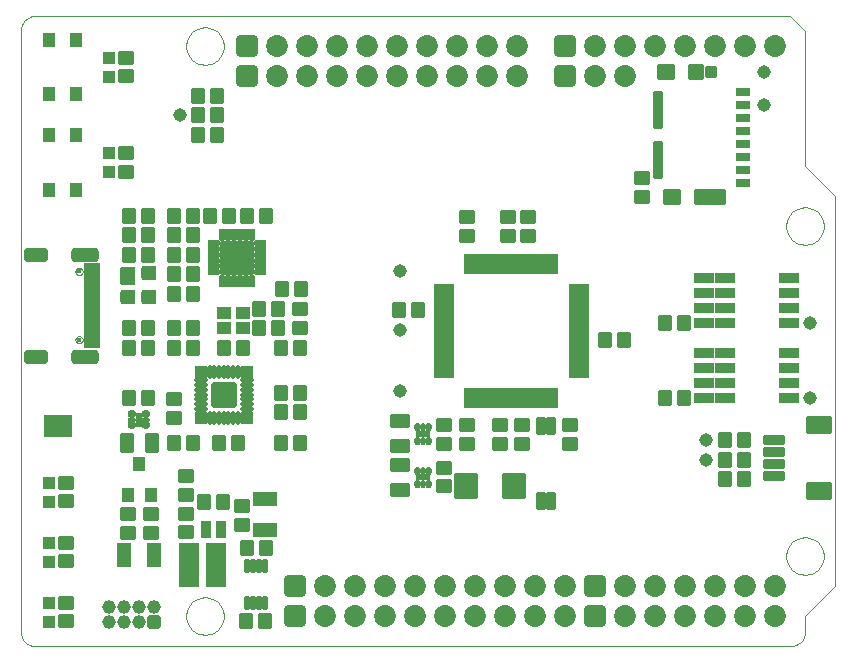
<source format=gbr>
G04 PROTEUS RS274X GERBER FILE*
%FSLAX45Y45*%
%MOMM*%
G01*
%AMPPAD062*
4,1,36,
-0.477000,-0.500000,
-0.477000,0.500000,
-0.474470,0.525970,
-0.467200,0.549980,
-0.455650,0.571580,
-0.440290,0.590290,
-0.421570,0.605650,
-0.399980,0.617200,
-0.375970,0.624470,
-0.350000,0.627000,
0.350000,0.627000,
0.375970,0.624470,
0.399980,0.617200,
0.421570,0.605650,
0.440290,0.590290,
0.455650,0.571580,
0.467200,0.549980,
0.474470,0.525970,
0.477000,0.500000,
0.477000,-0.500000,
0.474470,-0.525970,
0.467200,-0.549980,
0.455650,-0.571580,
0.440290,-0.590290,
0.421570,-0.605650,
0.399980,-0.617200,
0.375970,-0.624470,
0.350000,-0.627000,
-0.350000,-0.627000,
-0.375970,-0.624470,
-0.399980,-0.617200,
-0.421570,-0.605650,
-0.440290,-0.590290,
-0.455650,-0.571580,
-0.467200,-0.549980,
-0.474470,-0.525970,
-0.477000,-0.500000,
0*%
%ADD68PPAD062*%
%AMPPAD063*
4,1,36,
0.527000,0.400000,
0.527000,-0.400000,
0.524470,-0.425970,
0.517200,-0.449980,
0.505650,-0.471580,
0.490290,-0.490290,
0.471570,-0.505650,
0.449980,-0.517200,
0.425970,-0.524470,
0.400000,-0.527000,
-0.400000,-0.527000,
-0.425970,-0.524470,
-0.449980,-0.517200,
-0.471570,-0.505650,
-0.490290,-0.490290,
-0.505650,-0.471580,
-0.517200,-0.449980,
-0.524470,-0.425970,
-0.527000,-0.400000,
-0.527000,0.400000,
-0.524470,0.425970,
-0.517200,0.449980,
-0.505650,0.471580,
-0.490290,0.490290,
-0.471570,0.505650,
-0.449980,0.517200,
-0.425970,0.524470,
-0.400000,0.527000,
0.400000,0.527000,
0.425970,0.524470,
0.449980,0.517200,
0.471570,0.505650,
0.490290,0.490290,
0.505650,0.471580,
0.517200,0.449980,
0.524470,0.425970,
0.527000,0.400000,
0*%
%ADD69PPAD063*%
%AMPPAD064*
4,1,36,
-1.100000,0.952000,
1.100000,0.952000,
1.125970,0.949470,
1.149980,0.942200,
1.171580,0.930650,
1.190290,0.915290,
1.205650,0.896570,
1.217200,0.874980,
1.224470,0.850970,
1.227000,0.825000,
1.227000,-0.825000,
1.224470,-0.850970,
1.217200,-0.874980,
1.205650,-0.896570,
1.190290,-0.915290,
1.171580,-0.930650,
1.149980,-0.942200,
1.125970,-0.949470,
1.100000,-0.952000,
-1.100000,-0.952000,
-1.125970,-0.949470,
-1.149980,-0.942200,
-1.171580,-0.930650,
-1.190290,-0.915290,
-1.205650,-0.896570,
-1.217200,-0.874980,
-1.224470,-0.850970,
-1.227000,-0.825000,
-1.227000,0.825000,
-1.224470,0.850970,
-1.217200,0.874980,
-1.205650,0.896570,
-1.190290,0.915290,
-1.171580,0.930650,
-1.149980,0.942200,
-1.125970,0.949470,
-1.100000,0.952000,
0*%
%ADD74PPAD064*%
%AMPPAD065*
4,1,36,
-0.652000,-0.450000,
-0.652000,0.450000,
-0.649470,0.475970,
-0.642200,0.499980,
-0.630650,0.521580,
-0.615290,0.540290,
-0.596570,0.555650,
-0.574980,0.567200,
-0.550970,0.574470,
-0.525000,0.577000,
0.525000,0.577000,
0.550970,0.574470,
0.574980,0.567200,
0.596570,0.555650,
0.615290,0.540290,
0.630650,0.521580,
0.642200,0.499980,
0.649470,0.475970,
0.652000,0.450000,
0.652000,-0.450000,
0.649470,-0.475970,
0.642200,-0.499980,
0.630650,-0.521580,
0.615290,-0.540290,
0.596570,-0.555650,
0.574980,-0.567200,
0.550970,-0.574470,
0.525000,-0.577000,
-0.525000,-0.577000,
-0.550970,-0.574470,
-0.574980,-0.567200,
-0.596570,-0.555650,
-0.615290,-0.540290,
-0.630650,-0.521580,
-0.642200,-0.499980,
-0.649470,-0.475970,
-0.652000,-0.450000,
0*%
%ADD75PPAD065*%
%AMPPAD066*
4,1,36,
0.450000,-0.652000,
-0.450000,-0.652000,
-0.475970,-0.649470,
-0.499980,-0.642200,
-0.521580,-0.630650,
-0.540290,-0.615290,
-0.555650,-0.596570,
-0.567200,-0.574980,
-0.574470,-0.550970,
-0.577000,-0.525000,
-0.577000,0.525000,
-0.574470,0.550970,
-0.567200,0.574980,
-0.555650,0.596570,
-0.540290,0.615290,
-0.521580,0.630650,
-0.499980,0.642200,
-0.475970,0.649470,
-0.450000,0.652000,
0.450000,0.652000,
0.475970,0.649470,
0.499980,0.642200,
0.521580,0.630650,
0.540290,0.615290,
0.555650,0.596570,
0.567200,0.574980,
0.574470,0.550970,
0.577000,0.525000,
0.577000,-0.525000,
0.574470,-0.550970,
0.567200,-0.574980,
0.555650,-0.596570,
0.540290,-0.615290,
0.521580,-0.630650,
0.499980,-0.642200,
0.475970,-0.649470,
0.450000,-0.652000,
0*%
%ADD76PPAD066*%
%AMPPAD067*
4,1,48,
0.323000,-0.577000,
-0.323000,-0.577000,
-0.349400,-0.575720,
-0.374930,-0.571950,
-0.399490,-0.565800,
-0.445220,-0.546870,
-0.485650,-0.519840,
-0.519840,-0.485640,
-0.546860,-0.445220,
-0.565800,-0.399490,
-0.571950,-0.374930,
-0.575720,-0.349400,
-0.577000,-0.323000,
-0.577000,0.323000,
-0.575720,0.349400,
-0.571950,0.374930,
-0.565800,0.399490,
-0.546860,0.445220,
-0.519840,0.485640,
-0.485650,0.519840,
-0.445220,0.546870,
-0.399490,0.565800,
-0.374930,0.571950,
-0.349400,0.575720,
-0.323000,0.577000,
0.323000,0.577000,
0.349400,0.575720,
0.374930,0.571950,
0.399490,0.565800,
0.445220,0.546870,
0.485650,0.519840,
0.519840,0.485640,
0.546860,0.445220,
0.565800,0.399490,
0.571950,0.374930,
0.575720,0.349400,
0.577000,0.323000,
0.577000,-0.323000,
0.575720,-0.349400,
0.571950,-0.374930,
0.565800,-0.399490,
0.546860,-0.445220,
0.519840,-0.485640,
0.485650,-0.519840,
0.445220,-0.546870,
0.399490,-0.565800,
0.374930,-0.571950,
0.349400,-0.575720,
0.323000,-0.577000,
0*%
%ADD77PPAD067*%
%ADD78C,1.154000*%
%AMPPAD069*
4,1,44,
-0.546000,0.927000,
0.546000,0.927000,
0.585600,0.925080,
0.623900,0.919420,
0.695940,0.897610,
0.760730,0.862960,
0.816870,0.816870,
0.862960,0.760730,
0.897610,0.695940,
0.919420,0.623900,
0.925080,0.585600,
0.927000,0.546000,
0.927000,-0.546000,
0.925080,-0.585600,
0.919420,-0.623900,
0.897610,-0.695940,
0.862960,-0.760730,
0.816870,-0.816870,
0.760730,-0.862960,
0.695940,-0.897610,
0.623900,-0.919420,
0.585600,-0.925080,
0.546000,-0.927000,
-0.546000,-0.927000,
-0.585600,-0.925080,
-0.623900,-0.919420,
-0.695940,-0.897610,
-0.760730,-0.862960,
-0.816870,-0.816870,
-0.862960,-0.760730,
-0.897610,-0.695940,
-0.919420,-0.623900,
-0.925080,-0.585600,
-0.927000,-0.546000,
-0.927000,0.546000,
-0.925080,0.585600,
-0.919420,0.623900,
-0.897610,0.695940,
-0.862960,0.760730,
-0.816870,0.816870,
-0.760730,0.862960,
-0.695940,0.897610,
-0.623900,0.919420,
-0.585600,0.925080,
-0.546000,0.927000,
0*%
%ADD79PPAD069*%
%ADD80C,1.854000*%
%AMPPAD071*
4,1,36,
-1.322000,-0.525000,
-1.322000,0.525000,
-1.319470,0.550970,
-1.312200,0.574980,
-1.300650,0.596580,
-1.285290,0.615290,
-1.266570,0.630650,
-1.244980,0.642200,
-1.220970,0.649470,
-1.195000,0.652000,
1.195000,0.652000,
1.220970,0.649470,
1.244980,0.642200,
1.266570,0.630650,
1.285290,0.615290,
1.300650,0.596580,
1.312200,0.574980,
1.319470,0.550970,
1.322000,0.525000,
1.322000,-0.525000,
1.319470,-0.550970,
1.312200,-0.574980,
1.300650,-0.596580,
1.285290,-0.615290,
1.266570,-0.630650,
1.244980,-0.642200,
1.220970,-0.649470,
1.195000,-0.652000,
-1.195000,-0.652000,
-1.220970,-0.649470,
-1.244980,-0.642200,
-1.266570,-0.630650,
-1.285290,-0.615290,
-1.300650,-0.596580,
-1.312200,-0.574980,
-1.319470,-0.550970,
-1.322000,-0.525000,
0*%
%ADD81PPAD071*%
%AMPPAD072*
4,1,36,
-0.727000,-0.525000,
-0.727000,0.525000,
-0.724470,0.550970,
-0.717200,0.574980,
-0.705650,0.596580,
-0.690290,0.615290,
-0.671570,0.630650,
-0.649980,0.642200,
-0.625970,0.649470,
-0.600000,0.652000,
0.600000,0.652000,
0.625970,0.649470,
0.649980,0.642200,
0.671570,0.630650,
0.690290,0.615290,
0.705650,0.596580,
0.717200,0.574980,
0.724470,0.550970,
0.727000,0.525000,
0.727000,-0.525000,
0.724470,-0.550970,
0.717200,-0.574980,
0.705650,-0.596580,
0.690290,-0.615290,
0.671570,-0.630650,
0.649980,-0.642200,
0.625970,-0.649470,
0.600000,-0.652000,
-0.600000,-0.652000,
-0.625970,-0.649470,
-0.649980,-0.642200,
-0.671570,-0.630650,
-0.690290,-0.615290,
-0.705650,-0.596580,
-0.717200,-0.574980,
-0.724470,-0.550970,
-0.727000,-0.525000,
0*%
%ADD82PPAD072*%
%AMPPAD073*
4,1,36,
-0.667000,-0.525000,
-0.667000,0.525000,
-0.664470,0.550970,
-0.657200,0.574980,
-0.645650,0.596580,
-0.630290,0.615290,
-0.611570,0.630650,
-0.589980,0.642200,
-0.565970,0.649470,
-0.540000,0.652000,
0.540000,0.652000,
0.565970,0.649470,
0.589980,0.642200,
0.611570,0.630650,
0.630290,0.615290,
0.645650,0.596580,
0.657200,0.574980,
0.664470,0.550970,
0.667000,0.525000,
0.667000,-0.525000,
0.664470,-0.550970,
0.657200,-0.574980,
0.645650,-0.596580,
0.630290,-0.615290,
0.611570,-0.630650,
0.589980,-0.642200,
0.565970,-0.649470,
0.540000,-0.652000,
-0.540000,-0.652000,
-0.565970,-0.649470,
-0.589980,-0.642200,
-0.611570,-0.630650,
-0.630290,-0.615290,
-0.645650,-0.596580,
-0.657200,-0.574980,
-0.664470,-0.550970,
-0.667000,-0.525000,
0*%
%ADD83PPAD073*%
%AMPPAD074*
4,1,36,
-0.402000,-1.455000,
-0.402000,1.455000,
-0.399470,1.480970,
-0.392200,1.504980,
-0.380650,1.526580,
-0.365290,1.545290,
-0.346570,1.560650,
-0.324980,1.572200,
-0.300970,1.579470,
-0.275000,1.582000,
0.275000,1.582000,
0.300970,1.579470,
0.324980,1.572200,
0.346570,1.560650,
0.365290,1.545290,
0.380650,1.526580,
0.392200,1.504980,
0.399470,1.480970,
0.402000,1.455000,
0.402000,-1.455000,
0.399470,-1.480970,
0.392200,-1.504980,
0.380650,-1.526580,
0.365290,-1.545290,
0.346570,-1.560650,
0.324980,-1.572200,
0.300970,-1.579470,
0.275000,-1.582000,
-0.275000,-1.582000,
-0.300970,-1.579470,
-0.324980,-1.572200,
-0.346570,-1.560650,
-0.365290,-1.545290,
-0.380650,-1.526580,
-0.392200,-1.504980,
-0.399470,-1.480970,
-0.402000,-1.455000,
0*%
%ADD84PPAD074*%
%AMPPAD075*
4,1,36,
-0.627000,-0.250000,
-0.627000,0.250000,
-0.624470,0.275970,
-0.617200,0.299980,
-0.605650,0.321580,
-0.590290,0.340290,
-0.571570,0.355650,
-0.549980,0.367200,
-0.525970,0.374470,
-0.500000,0.377000,
0.500000,0.377000,
0.525970,0.374470,
0.549980,0.367200,
0.571570,0.355650,
0.590290,0.340290,
0.605650,0.321580,
0.617200,0.299980,
0.624470,0.275970,
0.627000,0.250000,
0.627000,-0.250000,
0.624470,-0.275970,
0.617200,-0.299980,
0.605650,-0.321580,
0.590290,-0.340290,
0.571570,-0.355650,
0.549980,-0.367200,
0.525970,-0.374470,
0.500000,-0.377000,
-0.500000,-0.377000,
-0.525970,-0.374470,
-0.549980,-0.367200,
-0.571570,-0.355650,
-0.590290,-0.340290,
-0.605650,-0.321580,
-0.617200,-0.299980,
-0.624470,-0.275970,
-0.627000,-0.250000,
0*%
%ADD85PPAD075*%
%AMPPAD076*
4,1,36,
-0.517000,-0.360000,
-0.517000,0.360000,
-0.514470,0.385970,
-0.507200,0.409980,
-0.495650,0.431580,
-0.480290,0.450290,
-0.461570,0.465650,
-0.439980,0.477200,
-0.415970,0.484470,
-0.390000,0.487000,
0.390000,0.487000,
0.415970,0.484470,
0.439980,0.477200,
0.461570,0.465650,
0.480290,0.450290,
0.495650,0.431580,
0.507200,0.409980,
0.514470,0.385970,
0.517000,0.360000,
0.517000,-0.360000,
0.514470,-0.385970,
0.507200,-0.409980,
0.495650,-0.431580,
0.480290,-0.450290,
0.461570,-0.465650,
0.439980,-0.477200,
0.415970,-0.484470,
0.390000,-0.487000,
-0.390000,-0.487000,
-0.415970,-0.484470,
-0.439980,-0.477200,
-0.461570,-0.465650,
-0.480290,-0.450290,
-0.495650,-0.431580,
-0.507200,-0.409980,
-0.514470,-0.385970,
-0.517000,-0.360000,
0*%
%ADD86PPAD076*%
%AMPPAD077*
4,1,36,
0.877000,0.150000,
0.877000,-0.150000,
0.874470,-0.175970,
0.867200,-0.199980,
0.855650,-0.221580,
0.840290,-0.240290,
0.821570,-0.255650,
0.799980,-0.267200,
0.775970,-0.274470,
0.750000,-0.277000,
-0.750000,-0.277000,
-0.775970,-0.274470,
-0.799980,-0.267200,
-0.821570,-0.255650,
-0.840290,-0.240290,
-0.855650,-0.221580,
-0.867200,-0.199980,
-0.874470,-0.175970,
-0.877000,-0.150000,
-0.877000,0.150000,
-0.874470,0.175970,
-0.867200,0.199980,
-0.855650,0.221580,
-0.840290,0.240290,
-0.821570,0.255650,
-0.799980,0.267200,
-0.775970,0.274470,
-0.750000,0.277000,
0.750000,0.277000,
0.775970,0.274470,
0.799980,0.267200,
0.821570,0.255650,
0.840290,0.240290,
0.855650,0.221580,
0.867200,0.199980,
0.874470,0.175970,
0.877000,0.150000,
0*%
%ADD87PPAD077*%
%AMPPAD078*
4,1,36,
-0.150000,0.877000,
0.150000,0.877000,
0.175970,0.874470,
0.199980,0.867200,
0.221580,0.855650,
0.240290,0.840290,
0.255650,0.821570,
0.267200,0.799980,
0.274470,0.775970,
0.277000,0.750000,
0.277000,-0.750000,
0.274470,-0.775970,
0.267200,-0.799980,
0.255650,-0.821570,
0.240290,-0.840290,
0.221580,-0.855650,
0.199980,-0.867200,
0.175970,-0.874470,
0.150000,-0.877000,
-0.150000,-0.877000,
-0.175970,-0.874470,
-0.199980,-0.867200,
-0.221580,-0.855650,
-0.240290,-0.840290,
-0.255650,-0.821570,
-0.267200,-0.799980,
-0.274470,-0.775970,
-0.277000,-0.750000,
-0.277000,0.750000,
-0.274470,0.775970,
-0.267200,0.799980,
-0.255650,0.821570,
-0.240290,0.840290,
-0.221580,0.855650,
-0.199980,0.867200,
-0.175970,0.874470,
-0.150000,0.877000,
0*%
%ADD88PPAD078*%
%AMPPAD079*
4,1,36,
0.277000,0.425000,
0.277000,-0.425000,
0.274470,-0.450970,
0.267200,-0.474980,
0.255650,-0.496580,
0.240290,-0.515290,
0.221570,-0.530650,
0.199980,-0.542200,
0.175970,-0.549470,
0.150000,-0.552000,
-0.150000,-0.552000,
-0.175970,-0.549470,
-0.199980,-0.542200,
-0.221570,-0.530650,
-0.240290,-0.515290,
-0.255650,-0.496580,
-0.267200,-0.474980,
-0.274470,-0.450970,
-0.277000,-0.425000,
-0.277000,0.425000,
-0.274470,0.450970,
-0.267200,0.474980,
-0.255650,0.496580,
-0.240290,0.515290,
-0.221570,0.530650,
-0.199980,0.542200,
-0.175970,0.549470,
-0.150000,0.552000,
0.150000,0.552000,
0.175970,0.549470,
0.199980,0.542200,
0.221570,0.530650,
0.240290,0.515290,
0.255650,0.496580,
0.267200,0.474980,
0.274470,0.450970,
0.277000,0.425000,
0*%
%ADD89PPAD079*%
%AMPPAD080*
4,1,36,
0.300000,-0.727000,
-0.300000,-0.727000,
-0.325970,-0.724470,
-0.349980,-0.717200,
-0.371580,-0.705650,
-0.390290,-0.690290,
-0.405650,-0.671570,
-0.417200,-0.649980,
-0.424470,-0.625970,
-0.427000,-0.600000,
-0.427000,0.600000,
-0.424470,0.625970,
-0.417200,0.649980,
-0.405650,0.671570,
-0.390290,0.690290,
-0.371580,0.705650,
-0.349980,0.717200,
-0.325970,0.724470,
-0.300000,0.727000,
0.300000,0.727000,
0.325970,0.724470,
0.349980,0.717200,
0.371580,0.705650,
0.390290,0.690290,
0.405650,0.671570,
0.417200,0.649980,
0.424470,0.625970,
0.427000,0.600000,
0.427000,-0.600000,
0.424470,-0.625970,
0.417200,-0.649980,
0.405650,-0.671570,
0.390290,-0.690290,
0.371580,-0.705650,
0.349980,-0.717200,
0.325970,-0.724470,
0.300000,-0.727000,
0*%
%ADD90PPAD080*%
%ADD91C,1.143000*%
%ADD92C,0.404000*%
%AMPPAD083*
4,1,36,
1.177000,0.195200,
1.177000,-0.195200,
1.168410,-0.283490,
1.143690,-0.365130,
1.104420,-0.438560,
1.052180,-0.502180,
0.988560,-0.554420,
0.915130,-0.593690,
0.833490,-0.618410,
0.745200,-0.627000,
-0.745200,-0.627000,
-0.833490,-0.618410,
-0.915130,-0.593690,
-0.988560,-0.554420,
-1.052180,-0.502180,
-1.104420,-0.438560,
-1.143690,-0.365130,
-1.168410,-0.283490,
-1.177000,-0.195200,
-1.177000,0.195200,
-1.168410,0.283490,
-1.143690,0.365130,
-1.104420,0.438560,
-1.052180,0.502180,
-0.988560,0.554420,
-0.915130,0.593690,
-0.833490,0.618410,
-0.745200,0.627000,
0.745200,0.627000,
0.833490,0.618410,
0.915130,0.593690,
0.988560,0.554420,
1.052180,0.502180,
1.104420,0.438560,
1.143690,0.365130,
1.168410,0.283490,
1.177000,0.195200,
0*%
%ADD93PPAD083*%
%AMPPAD084*
4,1,36,
1.027000,0.195200,
1.027000,-0.195200,
1.018410,-0.283490,
0.993690,-0.365130,
0.954420,-0.438560,
0.902180,-0.502180,
0.838560,-0.554420,
0.765130,-0.593690,
0.683490,-0.618410,
0.595200,-0.627000,
-0.595200,-0.627000,
-0.683490,-0.618410,
-0.765130,-0.593690,
-0.838560,-0.554420,
-0.902180,-0.502180,
-0.954420,-0.438560,
-0.993690,-0.365130,
-1.018410,-0.283490,
-1.027000,-0.195200,
-1.027000,0.195200,
-1.018410,0.283490,
-0.993690,0.365130,
-0.954420,0.438560,
-0.902180,0.502180,
-0.838560,0.554420,
-0.765130,0.593690,
-0.683490,0.618410,
-0.595200,0.627000,
0.595200,0.627000,
0.683490,0.618410,
0.765130,0.593690,
0.838560,0.554420,
0.902180,0.502180,
0.954420,0.438560,
0.993690,0.365130,
1.018410,0.283490,
1.027000,0.195200,
0*%
%ADD94PPAD084*%
%AMPPAD085*
4,1,36,
0.702000,0.300000,
0.702000,-0.300000,
0.699470,-0.325970,
0.692200,-0.349980,
0.680650,-0.371580,
0.665290,-0.390290,
0.646570,-0.405650,
0.624980,-0.417200,
0.600970,-0.424470,
0.575000,-0.427000,
-0.575000,-0.427000,
-0.600970,-0.424470,
-0.624980,-0.417200,
-0.646570,-0.405650,
-0.665290,-0.390290,
-0.680650,-0.371580,
-0.692200,-0.349980,
-0.699470,-0.325970,
-0.702000,-0.300000,
-0.702000,0.300000,
-0.699470,0.325970,
-0.692200,0.349980,
-0.680650,0.371580,
-0.665290,0.390290,
-0.646570,0.405650,
-0.624980,0.417200,
-0.600970,0.424470,
-0.575000,0.427000,
0.575000,0.427000,
0.600970,0.424470,
0.624980,0.417200,
0.646570,0.405650,
0.665290,0.390290,
0.680650,0.371580,
0.692200,0.349980,
0.699470,0.325970,
0.702000,0.300000,
0*%
%ADD95PPAD085*%
%AMPPAD086*
4,1,36,
0.702000,0.150000,
0.702000,-0.150000,
0.699470,-0.175970,
0.692200,-0.199980,
0.680650,-0.221580,
0.665290,-0.240290,
0.646570,-0.255650,
0.624980,-0.267200,
0.600970,-0.274470,
0.575000,-0.277000,
-0.575000,-0.277000,
-0.600970,-0.274470,
-0.624980,-0.267200,
-0.646570,-0.255650,
-0.665290,-0.240290,
-0.680650,-0.221580,
-0.692200,-0.199980,
-0.699470,-0.175970,
-0.702000,-0.150000,
-0.702000,0.150000,
-0.699470,0.175970,
-0.692200,0.199980,
-0.680650,0.221580,
-0.665290,0.240290,
-0.646570,0.255650,
-0.624980,0.267200,
-0.600970,0.274470,
-0.575000,0.277000,
0.575000,0.277000,
0.600970,0.274470,
0.624980,0.267200,
0.646570,0.255650,
0.665290,0.240290,
0.680650,0.221580,
0.692200,0.199980,
0.699470,0.175970,
0.702000,0.150000,
0*%
%ADD96PPAD086*%
%AMPPAD087*
4,1,23,
0.547000,-0.277000,
-0.273090,-0.277000,
-0.297960,-0.275790,
-0.328480,-0.271300,
-0.377850,-0.256340,
-0.425470,-0.230880,
-0.466870,-0.196870,
-0.500880,-0.155470,
-0.526340,-0.107850,
-0.541300,-0.058480,
-0.545790,-0.027960,
-0.547150,0.000000,
-0.545790,0.027960,
-0.541300,0.058480,
-0.526340,0.107850,
-0.500880,0.155470,
-0.466870,0.196870,
-0.425470,0.230880,
-0.377850,0.256340,
-0.328480,0.271300,
-0.297960,0.275790,
-0.273090,0.277000,
0.547000,0.277000,
0.547000,-0.277000,
0*%
%ADD97PPAD087*%
%AMPPAD088*
4,1,23,
0.277000,0.547000,
0.277000,-0.273090,
0.275790,-0.297960,
0.271300,-0.328480,
0.256340,-0.377850,
0.230880,-0.425470,
0.196870,-0.466870,
0.155470,-0.500880,
0.107850,-0.526340,
0.058480,-0.541300,
0.027960,-0.545790,
0.000000,-0.547150,
-0.027960,-0.545790,
-0.058480,-0.541300,
-0.107850,-0.526340,
-0.155470,-0.500880,
-0.196870,-0.466870,
-0.230880,-0.425470,
-0.256340,-0.377850,
-0.271300,-0.328480,
-0.275790,-0.297960,
-0.277000,-0.273090,
-0.277000,0.547000,
0.277000,0.547000,
0*%
%ADD98PPAD088*%
%AMPPAD089*
4,1,23,
-0.547000,0.277000,
0.273090,0.277000,
0.297960,0.275790,
0.328480,0.271300,
0.377850,0.256340,
0.425470,0.230880,
0.466870,0.196870,
0.500880,0.155470,
0.526340,0.107850,
0.541300,0.058480,
0.545790,0.027960,
0.547150,0.000000,
0.545790,-0.027960,
0.541300,-0.058480,
0.526340,-0.107850,
0.500880,-0.155470,
0.466870,-0.196870,
0.425470,-0.230880,
0.377850,-0.256340,
0.328480,-0.271300,
0.297960,-0.275790,
0.273090,-0.277000,
-0.547000,-0.277000,
-0.547000,0.277000,
0*%
%ADD99PPAD089*%
%AMPPAD090*
4,1,23,
-0.277000,-0.547000,
-0.277000,0.273090,
-0.275790,0.297960,
-0.271300,0.328480,
-0.256340,0.377850,
-0.230880,0.425470,
-0.196870,0.466870,
-0.155470,0.500880,
-0.107850,0.526340,
-0.058480,0.541300,
-0.027960,0.545790,
0.000000,0.547150,
0.027960,0.545790,
0.058480,0.541300,
0.107850,0.526340,
0.155470,0.500880,
0.196870,0.466870,
0.230880,0.425470,
0.256340,0.377850,
0.271300,0.328480,
0.275790,0.297960,
0.277000,0.273090,
0.277000,-0.547000,
-0.277000,-0.547000,
0*%
%ADD100PPAD090*%
%AMPPAD091*
4,1,36,
1.300000,-1.427000,
-1.300000,-1.427000,
-1.325970,-1.424470,
-1.349980,-1.417200,
-1.371580,-1.405650,
-1.390290,-1.390290,
-1.405650,-1.371570,
-1.417200,-1.349980,
-1.424470,-1.325970,
-1.427000,-1.300000,
-1.427000,1.300000,
-1.424470,1.325970,
-1.417200,1.349980,
-1.405650,1.371570,
-1.390290,1.390290,
-1.371580,1.405650,
-1.349980,1.417200,
-1.325970,1.424470,
-1.300000,1.427000,
1.300000,1.427000,
1.325970,1.424470,
1.349980,1.417200,
1.371580,1.405650,
1.390290,1.390290,
1.405650,1.371570,
1.417200,1.349980,
1.424470,1.325970,
1.427000,1.300000,
1.427000,-1.300000,
1.424470,-1.325970,
1.417200,-1.349980,
1.405650,-1.371570,
1.390290,-1.390290,
1.371580,-1.405650,
1.349980,-1.417200,
1.325970,-1.424470,
1.300000,-1.427000,
0*%
%ADD101PPAD091*%
%AMPPAD092*
4,1,36,
-0.450000,0.527000,
0.450000,0.527000,
0.475970,0.524470,
0.499980,0.517200,
0.521580,0.505650,
0.540290,0.490290,
0.555650,0.471570,
0.567200,0.449980,
0.574470,0.425970,
0.577000,0.400000,
0.577000,-0.400000,
0.574470,-0.425970,
0.567200,-0.449980,
0.555650,-0.471570,
0.540290,-0.490290,
0.521580,-0.505650,
0.499980,-0.517200,
0.475970,-0.524470,
0.450000,-0.527000,
-0.450000,-0.527000,
-0.475970,-0.524470,
-0.499980,-0.517200,
-0.521580,-0.505650,
-0.540290,-0.490290,
-0.555650,-0.471570,
-0.567200,-0.449980,
-0.574470,-0.425970,
-0.577000,-0.400000,
-0.577000,0.400000,
-0.574470,0.425970,
-0.567200,0.449980,
-0.555650,0.471570,
-0.540290,0.490290,
-0.521580,0.505650,
-0.499980,0.517200,
-0.475970,0.524470,
-0.450000,0.527000,
0*%
%ADD102PPAD092*%
%AMPPAD093*
4,1,36,
-0.508000,0.762000,
0.508000,0.762000,
0.533970,0.759470,
0.557980,0.752200,
0.579580,0.740650,
0.598290,0.725290,
0.613650,0.706570,
0.625200,0.684980,
0.632470,0.660970,
0.635000,0.635000,
0.635000,-0.635000,
0.632470,-0.660970,
0.625200,-0.684980,
0.613650,-0.706570,
0.598290,-0.725290,
0.579580,-0.740650,
0.557980,-0.752200,
0.533970,-0.759470,
0.508000,-0.762000,
-0.508000,-0.762000,
-0.533970,-0.759470,
-0.557980,-0.752200,
-0.579580,-0.740650,
-0.598290,-0.725290,
-0.613650,-0.706570,
-0.625200,-0.684980,
-0.632470,-0.660970,
-0.635000,-0.635000,
-0.635000,0.635000,
-0.632470,0.660970,
-0.625200,0.684980,
-0.613650,0.706570,
-0.598290,0.725290,
-0.579580,0.740650,
-0.557980,0.752200,
-0.533970,0.759470,
-0.508000,0.762000,
0*%
%ADD103PPAD093*%
%AMPPAD094*
4,1,36,
0.635000,0.444500,
0.635000,-0.444500,
0.632470,-0.470470,
0.625200,-0.494480,
0.613650,-0.516080,
0.598290,-0.534790,
0.579570,-0.550150,
0.557980,-0.561700,
0.533970,-0.568970,
0.508000,-0.571500,
-0.508000,-0.571500,
-0.533970,-0.568970,
-0.557980,-0.561700,
-0.579570,-0.550150,
-0.598290,-0.534790,
-0.613650,-0.516080,
-0.625200,-0.494480,
-0.632470,-0.470470,
-0.635000,-0.444500,
-0.635000,0.444500,
-0.632470,0.470470,
-0.625200,0.494480,
-0.613650,0.516080,
-0.598290,0.534790,
-0.579570,0.550150,
-0.557980,0.561700,
-0.533970,0.568970,
-0.508000,0.571500,
0.508000,0.571500,
0.533970,0.568970,
0.557980,0.561700,
0.579570,0.550150,
0.598290,0.534790,
0.613650,0.516080,
0.625200,0.494480,
0.632470,0.470470,
0.635000,0.444500,
0*%
%ADD104PPAD094*%
%AMPPAD095*
4,1,48,
0.552000,0.023800,
0.552000,-0.023800,
0.550970,-0.044920,
0.547960,-0.065350,
0.543040,-0.085000,
0.527890,-0.121580,
0.506270,-0.153910,
0.478920,-0.181270,
0.446580,-0.202890,
0.410000,-0.218040,
0.390350,-0.222960,
0.369920,-0.225970,
0.348800,-0.227000,
-0.348800,-0.227000,
-0.369920,-0.225970,
-0.390350,-0.222960,
-0.410000,-0.218040,
-0.446580,-0.202890,
-0.478920,-0.181270,
-0.506270,-0.153910,
-0.527890,-0.121580,
-0.543040,-0.085000,
-0.547960,-0.065350,
-0.550970,-0.044920,
-0.552000,-0.023800,
-0.552000,0.023800,
-0.550970,0.044920,
-0.547960,0.065350,
-0.543040,0.085000,
-0.527890,0.121580,
-0.506270,0.153910,
-0.478920,0.181270,
-0.446580,0.202890,
-0.410000,0.218040,
-0.390350,0.222960,
-0.369920,0.225970,
-0.348800,0.227000,
0.348800,0.227000,
0.369920,0.225970,
0.390350,0.222960,
0.410000,0.218040,
0.446580,0.202890,
0.478920,0.181270,
0.506270,0.153910,
0.527890,0.121580,
0.543040,0.085000,
0.547960,0.065350,
0.550970,0.044920,
0.552000,0.023800,
0*%
%ADD105PPAD095*%
%AMPPAD096*
4,1,48,
-0.023800,0.552000,
0.023800,0.552000,
0.044920,0.550970,
0.065350,0.547960,
0.085000,0.543040,
0.121580,0.527890,
0.153910,0.506270,
0.181270,0.478920,
0.202890,0.446580,
0.218040,0.410000,
0.222960,0.390350,
0.225970,0.369920,
0.227000,0.348800,
0.227000,-0.348800,
0.225970,-0.369920,
0.222960,-0.390350,
0.218040,-0.410000,
0.202890,-0.446580,
0.181270,-0.478920,
0.153910,-0.506270,
0.121580,-0.527890,
0.085000,-0.543040,
0.065350,-0.547960,
0.044920,-0.550970,
0.023800,-0.552000,
-0.023800,-0.552000,
-0.044920,-0.550970,
-0.065350,-0.547960,
-0.085000,-0.543040,
-0.121580,-0.527890,
-0.153910,-0.506270,
-0.181270,-0.478920,
-0.202890,-0.446580,
-0.218040,-0.410000,
-0.222960,-0.390350,
-0.225970,-0.369920,
-0.227000,-0.348800,
-0.227000,0.348800,
-0.225970,0.369920,
-0.222960,0.390350,
-0.218040,0.410000,
-0.202890,0.446580,
-0.181270,0.478920,
-0.153910,0.506270,
-0.121580,0.527890,
-0.085000,0.543040,
-0.065350,0.547960,
-0.044920,0.550970,
-0.023800,0.552000,
0*%
%ADD106PPAD096*%
%AMPPAD097*
4,1,44,
-0.746000,1.127000,
0.746000,1.127000,
0.785600,1.125080,
0.823900,1.119420,
0.895940,1.097610,
0.960730,1.062960,
1.016870,1.016870,
1.062960,0.960730,
1.097610,0.895940,
1.119420,0.823900,
1.125080,0.785600,
1.127000,0.746000,
1.127000,-0.746000,
1.125080,-0.785600,
1.119420,-0.823900,
1.097610,-0.895940,
1.062960,-0.960730,
1.016870,-1.016870,
0.960730,-1.062960,
0.895940,-1.097610,
0.823900,-1.119420,
0.785600,-1.125080,
0.746000,-1.127000,
-0.746000,-1.127000,
-0.785600,-1.125080,
-0.823900,-1.119420,
-0.895940,-1.097610,
-0.960730,-1.062960,
-1.016870,-1.016870,
-1.062960,-0.960730,
-1.097610,-0.895940,
-1.119420,-0.823900,
-1.125080,-0.785600,
-1.127000,-0.746000,
-1.127000,0.746000,
-1.125080,0.785600,
-1.119420,0.823900,
-1.097610,0.895940,
-1.062960,0.960730,
-1.016870,1.016870,
-0.960730,1.062960,
-0.895940,1.097610,
-0.823900,1.119420,
-0.785600,1.125080,
-0.746000,1.127000,
0*%
%ADD107PPAD097*%
%AMPPAD098*
4,1,36,
-0.390000,0.517000,
0.390000,0.517000,
0.415970,0.514470,
0.439980,0.507200,
0.461580,0.495650,
0.480290,0.480290,
0.495650,0.461570,
0.507200,0.439980,
0.514470,0.415970,
0.517000,0.390000,
0.517000,-0.390000,
0.514470,-0.415970,
0.507200,-0.439980,
0.495650,-0.461570,
0.480290,-0.480290,
0.461580,-0.495650,
0.439980,-0.507200,
0.415970,-0.514470,
0.390000,-0.517000,
-0.390000,-0.517000,
-0.415970,-0.514470,
-0.439980,-0.507200,
-0.461580,-0.495650,
-0.480290,-0.480290,
-0.495650,-0.461570,
-0.507200,-0.439980,
-0.514470,-0.415970,
-0.517000,-0.390000,
-0.517000,0.390000,
-0.514470,0.415970,
-0.507200,0.439980,
-0.495650,0.461570,
-0.480290,0.480290,
-0.461580,0.495650,
-0.439980,0.507200,
-0.415970,0.514470,
-0.390000,0.517000,
0*%
%ADD108PPAD098*%
%AMPPAD099*
4,1,36,
0.863600,0.317500,
0.863600,-0.317500,
0.861070,-0.343470,
0.853800,-0.367480,
0.842250,-0.389080,
0.826890,-0.407790,
0.808170,-0.423150,
0.786580,-0.434700,
0.762570,-0.441970,
0.736600,-0.444500,
-0.736600,-0.444500,
-0.762570,-0.441970,
-0.786580,-0.434700,
-0.808170,-0.423150,
-0.826890,-0.407790,
-0.842250,-0.389080,
-0.853800,-0.367480,
-0.861070,-0.343470,
-0.863600,-0.317500,
-0.863600,0.317500,
-0.861070,0.343470,
-0.853800,0.367480,
-0.842250,0.389080,
-0.826890,0.407790,
-0.808170,0.423150,
-0.786580,0.434700,
-0.762570,0.441970,
-0.736600,0.444500,
0.736600,0.444500,
0.762570,0.441970,
0.786580,0.434700,
0.808170,0.423150,
0.826890,0.407790,
0.842250,0.389080,
0.853800,0.367480,
0.861070,0.343470,
0.863600,0.317500,
0*%
%ADD109PPAD099*%
%AMPPAD100*
4,1,36,
0.355600,-0.622300,
-0.355600,-0.622300,
-0.381570,-0.619770,
-0.405580,-0.612500,
-0.427180,-0.600950,
-0.445890,-0.585590,
-0.461250,-0.566870,
-0.472800,-0.545280,
-0.480070,-0.521270,
-0.482600,-0.495300,
-0.482600,0.495300,
-0.480070,0.521270,
-0.472800,0.545280,
-0.461250,0.566870,
-0.445890,0.585590,
-0.427180,0.600950,
-0.405580,0.612500,
-0.381570,0.619770,
-0.355600,0.622300,
0.355600,0.622300,
0.381570,0.619770,
0.405580,0.612500,
0.427180,0.600950,
0.445890,0.585590,
0.461250,0.566870,
0.472800,0.545280,
0.480070,0.521270,
0.482600,0.495300,
0.482600,-0.495300,
0.480070,-0.521270,
0.472800,-0.545280,
0.461250,-0.566870,
0.445890,-0.585590,
0.427180,-0.600950,
0.405580,-0.612500,
0.381570,-0.619770,
0.355600,-0.622300,
0*%
%ADD110PPAD100*%
%AMPPAD101*
4,1,36,
0.302000,0.090000,
0.302000,-0.090000,
0.299470,-0.115970,
0.292200,-0.139980,
0.280650,-0.161580,
0.265290,-0.180290,
0.246570,-0.195650,
0.224980,-0.207200,
0.200970,-0.214470,
0.175000,-0.217000,
-0.175000,-0.217000,
-0.200970,-0.214470,
-0.224980,-0.207200,
-0.246570,-0.195650,
-0.265290,-0.180290,
-0.280650,-0.161580,
-0.292200,-0.139980,
-0.299470,-0.115970,
-0.302000,-0.090000,
-0.302000,0.090000,
-0.299470,0.115970,
-0.292200,0.139980,
-0.280650,0.161580,
-0.265290,0.180290,
-0.246570,0.195650,
-0.224980,0.207200,
-0.200970,0.214470,
-0.175000,0.217000,
0.175000,0.217000,
0.200970,0.214470,
0.224980,0.207200,
0.246570,0.195650,
0.265290,0.180290,
0.280650,0.161580,
0.292200,0.139980,
0.299470,0.115970,
0.302000,0.090000,
0*%
%ADD111PPAD101*%
%AMPPAD102*
4,1,36,
0.277000,0.470000,
0.277000,-0.470000,
0.274470,-0.495970,
0.267200,-0.519980,
0.255650,-0.541580,
0.240290,-0.560290,
0.221570,-0.575650,
0.199980,-0.587200,
0.175970,-0.594470,
0.150000,-0.597000,
-0.150000,-0.597000,
-0.175970,-0.594470,
-0.199980,-0.587200,
-0.221570,-0.575650,
-0.240290,-0.560290,
-0.255650,-0.541580,
-0.267200,-0.519980,
-0.274470,-0.495970,
-0.277000,-0.470000,
-0.277000,0.470000,
-0.274470,0.495970,
-0.267200,0.519980,
-0.255650,0.541580,
-0.240290,0.560290,
-0.221570,0.575650,
-0.199980,0.587200,
-0.175970,0.594470,
-0.150000,0.597000,
0.150000,0.597000,
0.175970,0.594470,
0.199980,0.587200,
0.221570,0.575650,
0.240290,0.560290,
0.255650,0.541580,
0.267200,0.519980,
0.274470,0.495970,
0.277000,0.470000,
0*%
%ADD112PPAD102*%
%AMPPAD103*
4,1,36,
0.444500,-0.825500,
-0.444500,-0.825500,
-0.470470,-0.822970,
-0.494480,-0.815700,
-0.516080,-0.804150,
-0.534790,-0.788790,
-0.550150,-0.770070,
-0.561700,-0.748480,
-0.568970,-0.724470,
-0.571500,-0.698500,
-0.571500,0.698500,
-0.568970,0.724470,
-0.561700,0.748480,
-0.550150,0.770070,
-0.534790,0.788790,
-0.516080,0.804150,
-0.494480,0.815700,
-0.470470,0.822970,
-0.444500,0.825500,
0.444500,0.825500,
0.470470,0.822970,
0.494480,0.815700,
0.516080,0.804150,
0.534790,0.788790,
0.550150,0.770070,
0.561700,0.748480,
0.568970,0.724470,
0.571500,0.698500,
0.571500,-0.698500,
0.568970,-0.724470,
0.561700,-0.748480,
0.550150,-0.770070,
0.534790,-0.788790,
0.516080,-0.804150,
0.494480,-0.815700,
0.470470,-0.822970,
0.444500,-0.825500,
0*%
%ADD113PPAD103*%
%AMPPAD104*
4,1,36,
0.090000,-0.302000,
-0.090000,-0.302000,
-0.115970,-0.299470,
-0.139980,-0.292200,
-0.161580,-0.280650,
-0.180290,-0.265290,
-0.195650,-0.246570,
-0.207200,-0.224980,
-0.214470,-0.200970,
-0.217000,-0.175000,
-0.217000,0.175000,
-0.214470,0.200970,
-0.207200,0.224980,
-0.195650,0.246570,
-0.180290,0.265290,
-0.161580,0.280650,
-0.139980,0.292200,
-0.115970,0.299470,
-0.090000,0.302000,
0.090000,0.302000,
0.115970,0.299470,
0.139980,0.292200,
0.161580,0.280650,
0.180290,0.265290,
0.195650,0.246570,
0.207200,0.224980,
0.214470,0.200970,
0.217000,0.175000,
0.217000,-0.175000,
0.214470,-0.200970,
0.207200,-0.224980,
0.195650,-0.246570,
0.180290,-0.265290,
0.161580,-0.280650,
0.139980,-0.292200,
0.115970,-0.299470,
0.090000,-0.302000,
0*%
%ADD114PPAD104*%
%AMPPAD105*
4,1,36,
0.470000,-0.277000,
-0.470000,-0.277000,
-0.495970,-0.274470,
-0.519980,-0.267200,
-0.541580,-0.255650,
-0.560290,-0.240290,
-0.575650,-0.221570,
-0.587200,-0.199980,
-0.594470,-0.175970,
-0.597000,-0.150000,
-0.597000,0.150000,
-0.594470,0.175970,
-0.587200,0.199980,
-0.575650,0.221570,
-0.560290,0.240290,
-0.541580,0.255650,
-0.519980,0.267200,
-0.495970,0.274470,
-0.470000,0.277000,
0.470000,0.277000,
0.495970,0.274470,
0.519980,0.267200,
0.541580,0.255650,
0.560290,0.240290,
0.575650,0.221570,
0.587200,0.199980,
0.594470,0.175970,
0.597000,0.150000,
0.597000,-0.150000,
0.594470,-0.175970,
0.587200,-0.199980,
0.575650,-0.221570,
0.560290,-0.240290,
0.541580,-0.255650,
0.519980,-0.267200,
0.495970,-0.274470,
0.470000,-0.277000,
0*%
%ADD115PPAD105*%
%AMPPAD106*
4,1,36,
-0.825500,-0.444500,
-0.825500,0.444500,
-0.822970,0.470470,
-0.815700,0.494480,
-0.804150,0.516080,
-0.788790,0.534790,
-0.770070,0.550150,
-0.748480,0.561700,
-0.724470,0.568970,
-0.698500,0.571500,
0.698500,0.571500,
0.724470,0.568970,
0.748480,0.561700,
0.770070,0.550150,
0.788790,0.534790,
0.804150,0.516080,
0.815700,0.494480,
0.822970,0.470470,
0.825500,0.444500,
0.825500,-0.444500,
0.822970,-0.470470,
0.815700,-0.494480,
0.804150,-0.516080,
0.788790,-0.534790,
0.770070,-0.550150,
0.748480,-0.561700,
0.724470,-0.568970,
0.698500,-0.571500,
-0.698500,-0.571500,
-0.724470,-0.568970,
-0.748480,-0.561700,
-0.770070,-0.550150,
-0.788790,-0.534790,
-0.804150,-0.516080,
-0.815700,-0.494480,
-0.822970,-0.470470,
-0.825500,-0.444500,
0*%
%ADD116PPAD106*%
%AMPPAD107*
4,1,36,
0.900000,-1.077000,
-0.900000,-1.077000,
-0.925970,-1.074470,
-0.949980,-1.067200,
-0.971580,-1.055650,
-0.990290,-1.040290,
-1.005650,-1.021570,
-1.017200,-0.999980,
-1.024470,-0.975970,
-1.027000,-0.950000,
-1.027000,0.950000,
-1.024470,0.975970,
-1.017200,0.999980,
-1.005650,1.021570,
-0.990290,1.040290,
-0.971580,1.055650,
-0.949980,1.067200,
-0.925970,1.074470,
-0.900000,1.077000,
0.900000,1.077000,
0.925970,1.074470,
0.949980,1.067200,
0.971580,1.055650,
0.990290,1.040290,
1.005650,1.021570,
1.017200,0.999980,
1.024470,0.975970,
1.027000,0.950000,
1.027000,-0.950000,
1.024470,-0.975970,
1.017200,-0.999980,
1.005650,-1.021570,
0.990290,-1.040290,
0.971580,-1.055650,
0.949980,-1.067200,
0.925970,-1.074470,
0.900000,-1.077000,
0*%
%ADD117PPAD107*%
%AMPPAD108*
4,1,36,
-0.462000,-0.150000,
-0.462000,0.150000,
-0.459470,0.175970,
-0.452200,0.199980,
-0.440650,0.221580,
-0.425290,0.240290,
-0.406570,0.255650,
-0.384980,0.267200,
-0.360970,0.274470,
-0.335000,0.277000,
0.335000,0.277000,
0.360970,0.274470,
0.384980,0.267200,
0.406570,0.255650,
0.425290,0.240290,
0.440650,0.221580,
0.452200,0.199980,
0.459470,0.175970,
0.462000,0.150000,
0.462000,-0.150000,
0.459470,-0.175970,
0.452200,-0.199980,
0.440650,-0.221580,
0.425290,-0.240290,
0.406570,-0.255650,
0.384980,-0.267200,
0.360970,-0.274470,
0.335000,-0.277000,
-0.335000,-0.277000,
-0.360970,-0.274470,
-0.384980,-0.267200,
-0.406570,-0.255650,
-0.425290,-0.240290,
-0.440650,-0.221580,
-0.452200,-0.199980,
-0.459470,-0.175970,
-0.462000,-0.150000,
0*%
%ADD118PPAD108*%
%AMPPAD109*
4,1,36,
0.750000,-1.877000,
-0.750000,-1.877000,
-0.775970,-1.874470,
-0.799980,-1.867200,
-0.821580,-1.855650,
-0.840290,-1.840290,
-0.855650,-1.821570,
-0.867200,-1.799980,
-0.874470,-1.775970,
-0.877000,-1.750000,
-0.877000,1.750000,
-0.874470,1.775970,
-0.867200,1.799980,
-0.855650,1.821570,
-0.840290,1.840290,
-0.821580,1.855650,
-0.799980,1.867200,
-0.775970,1.874470,
-0.750000,1.877000,
0.750000,1.877000,
0.775970,1.874470,
0.799980,1.867200,
0.821580,1.855650,
0.840290,1.840290,
0.855650,1.821570,
0.867200,1.799980,
0.874470,1.775970,
0.877000,1.750000,
0.877000,-1.750000,
0.874470,-1.775970,
0.867200,-1.799980,
0.855650,-1.821570,
0.840290,-1.840290,
0.821580,-1.855650,
0.799980,-1.867200,
0.775970,-1.874470,
0.750000,-1.877000,
0*%
%ADD119PPAD109*%
%AMPPAD110*
4,1,36,
0.900000,-0.577000,
-0.900000,-0.577000,
-0.925970,-0.574470,
-0.949980,-0.567200,
-0.971580,-0.555650,
-0.990290,-0.540290,
-1.005650,-0.521570,
-1.017200,-0.499980,
-1.024470,-0.475970,
-1.027000,-0.450000,
-1.027000,0.450000,
-1.024470,0.475970,
-1.017200,0.499980,
-1.005650,0.521570,
-0.990290,0.540290,
-0.971580,0.555650,
-0.949980,0.567200,
-0.925970,0.574470,
-0.900000,0.577000,
0.900000,0.577000,
0.925970,0.574470,
0.949980,0.567200,
0.971580,0.555650,
0.990290,0.540290,
1.005650,0.521570,
1.017200,0.499980,
1.024470,0.475970,
1.027000,0.450000,
1.027000,-0.450000,
1.024470,-0.475970,
1.017200,-0.499980,
1.005650,-0.521570,
0.990290,-0.540290,
0.971580,-0.555650,
0.949980,-0.567200,
0.925970,-0.574470,
0.900000,-0.577000,
0*%
%ADD120PPAD110*%
%AMPPAD111*
4,1,36,
0.577000,0.900000,
0.577000,-0.900000,
0.574470,-0.925970,
0.567200,-0.949980,
0.555650,-0.971580,
0.540290,-0.990290,
0.521570,-1.005650,
0.499980,-1.017200,
0.475970,-1.024470,
0.450000,-1.027000,
-0.450000,-1.027000,
-0.475970,-1.024470,
-0.499980,-1.017200,
-0.521570,-1.005650,
-0.540290,-0.990290,
-0.555650,-0.971580,
-0.567200,-0.949980,
-0.574470,-0.925970,
-0.577000,-0.900000,
-0.577000,0.900000,
-0.574470,0.925970,
-0.567200,0.949980,
-0.555650,0.971580,
-0.540290,0.990290,
-0.521570,1.005650,
-0.499980,1.017200,
-0.475970,1.024470,
-0.450000,1.027000,
0.450000,1.027000,
0.475970,1.024470,
0.499980,1.017200,
0.521570,1.005650,
0.540290,0.990290,
0.555650,0.971580,
0.567200,0.949980,
0.574470,0.925970,
0.577000,0.900000,
0*%
%ADD121PPAD111*%
%AMPPAD112*
4,1,36,
-1.127000,-0.600000,
-1.127000,0.600000,
-1.124470,0.625970,
-1.117200,0.649980,
-1.105650,0.671580,
-1.090290,0.690290,
-1.071570,0.705650,
-1.049980,0.717200,
-1.025970,0.724470,
-1.000000,0.727000,
1.000000,0.727000,
1.025970,0.724470,
1.049980,0.717200,
1.071570,0.705650,
1.090290,0.690290,
1.105650,0.671580,
1.117200,0.649980,
1.124470,0.625970,
1.127000,0.600000,
1.127000,-0.600000,
1.124470,-0.625970,
1.117200,-0.649980,
1.105650,-0.671580,
1.090290,-0.690290,
1.071570,-0.705650,
1.049980,-0.717200,
1.025970,-0.724470,
1.000000,-0.727000,
-1.000000,-0.727000,
-1.025970,-0.724470,
-1.049980,-0.717200,
-1.071570,-0.705650,
-1.090290,-0.690290,
-1.105650,-0.671580,
-1.117200,-0.649980,
-1.124470,-0.625970,
-1.127000,-0.600000,
0*%
%ADD122PPAD112*%
%AMPPAD113*
4,1,36,
-0.902000,-0.300000,
-0.902000,0.300000,
-0.899470,0.325970,
-0.892200,0.349980,
-0.880650,0.371580,
-0.865290,0.390290,
-0.846570,0.405650,
-0.824980,0.417200,
-0.800970,0.424470,
-0.775000,0.427000,
0.775000,0.427000,
0.800970,0.424470,
0.824980,0.417200,
0.846570,0.405650,
0.865290,0.390290,
0.880650,0.371580,
0.892200,0.349980,
0.899470,0.325970,
0.902000,0.300000,
0.902000,-0.300000,
0.899470,-0.325970,
0.892200,-0.349980,
0.880650,-0.371580,
0.865290,-0.390290,
0.846570,-0.405650,
0.824980,-0.417200,
0.800970,-0.424470,
0.775000,-0.427000,
-0.775000,-0.427000,
-0.800970,-0.424470,
-0.824980,-0.417200,
-0.846570,-0.405650,
-0.865290,-0.390290,
-0.880650,-0.371580,
-0.892200,-0.349980,
-0.899470,-0.325970,
-0.902000,-0.300000,
0*%
%ADD123PPAD113*%
%ADD65C,0.025400*%
D68*
X+466300Y+3864350D03*
X+466300Y+4324350D03*
X+241300Y+4324350D03*
X+241300Y+3864350D03*
X+466300Y+4670800D03*
X+466300Y+5130800D03*
X+241300Y+5130800D03*
X+241300Y+4670800D03*
D69*
X+241300Y+368200D03*
X+241300Y+203200D03*
D74*
X+318250Y+1866700D03*
D75*
X+387350Y+716200D03*
X+387350Y+876200D03*
X+387350Y+368200D03*
X+387350Y+208200D03*
D69*
X+241300Y+876200D03*
X+241300Y+711200D03*
D76*
X+1080400Y+2692200D03*
X+920400Y+2692200D03*
D75*
X+387350Y+1224200D03*
X+387350Y+1384200D03*
D77*
X+1130300Y+203200D03*
D78*
X+1130300Y+330200D03*
X+1003300Y+203200D03*
X+1003300Y+330200D03*
X+876300Y+203200D03*
X+876300Y+330200D03*
X+749300Y+203200D03*
X+749300Y+330200D03*
D79*
X+4864100Y+508000D03*
D80*
X+5118100Y+508000D03*
X+5372100Y+508000D03*
X+5626100Y+508000D03*
X+5880100Y+508000D03*
X+6134100Y+508000D03*
X+6388100Y+508000D03*
D79*
X+4864100Y+254000D03*
D80*
X+5118100Y+254000D03*
X+5372100Y+254000D03*
X+5626100Y+254000D03*
X+5880100Y+254000D03*
X+6134100Y+254000D03*
X+6388100Y+254000D03*
D79*
X+2324100Y+508000D03*
D80*
X+2578100Y+508000D03*
X+2832100Y+508000D03*
X+3086100Y+508000D03*
X+3340100Y+508000D03*
X+3594100Y+508000D03*
X+3848100Y+508000D03*
X+4102100Y+508000D03*
X+4356100Y+508000D03*
X+4610100Y+508000D03*
D79*
X+2324100Y+254000D03*
D80*
X+2578100Y+254000D03*
X+2832100Y+254000D03*
X+3086100Y+254000D03*
X+3340100Y+254000D03*
X+3594100Y+254000D03*
X+3848100Y+254000D03*
X+4102100Y+254000D03*
X+4356100Y+254000D03*
X+4610100Y+254000D03*
D79*
X+1917700Y+5080000D03*
D80*
X+2171700Y+5080000D03*
X+2425700Y+5080000D03*
X+2679700Y+5080000D03*
X+2933700Y+5080000D03*
X+3187700Y+5080000D03*
X+3441700Y+5080000D03*
X+3695700Y+5080000D03*
X+3949700Y+5080000D03*
X+4203700Y+5080000D03*
D79*
X+1917700Y+4826000D03*
D80*
X+2171700Y+4826000D03*
X+2425700Y+4826000D03*
X+2679700Y+4826000D03*
X+2933700Y+4826000D03*
X+3187700Y+4826000D03*
X+3441700Y+4826000D03*
X+3695700Y+4826000D03*
X+3949700Y+4826000D03*
X+4203700Y+4826000D03*
D79*
X+4610100Y+5080000D03*
D80*
X+4864100Y+5080000D03*
X+5118100Y+5080000D03*
X+5372100Y+5080000D03*
X+5626100Y+5080000D03*
X+5880100Y+5080000D03*
X+6134100Y+5080000D03*
X+6388100Y+5080000D03*
D69*
X+241300Y+1384200D03*
X+241300Y+1219200D03*
D81*
X+5836500Y+3800600D03*
D82*
X+5461000Y+4864100D03*
D83*
X+5722000Y+4864100D03*
D84*
X+5393500Y+4117100D03*
X+5393500Y+4536100D03*
D82*
X+5518000Y+3800600D03*
D85*
X+6117000Y+4688100D03*
X+6117000Y+4578100D03*
X+6117000Y+4468100D03*
X+6117000Y+4358100D03*
X+6117000Y+4248100D03*
X+6117000Y+4138100D03*
X+6117000Y+4028100D03*
X+6117000Y+3918100D03*
D86*
X+5849000Y+4864100D03*
D87*
X+3584400Y+3042400D03*
X+3584400Y+2992400D03*
X+3584400Y+2942400D03*
X+3584400Y+2892400D03*
X+3584400Y+2842400D03*
X+3584400Y+2792400D03*
X+3584400Y+2742400D03*
X+3584400Y+2692400D03*
X+3584400Y+2642400D03*
X+3584400Y+2592400D03*
X+3584400Y+2542400D03*
X+3584400Y+2492400D03*
X+3584400Y+2442400D03*
X+3584400Y+2392400D03*
X+3584400Y+2342400D03*
X+3584400Y+2292400D03*
D88*
X+3779400Y+2097400D03*
X+3829400Y+2097400D03*
X+3879400Y+2097400D03*
X+3929400Y+2097400D03*
X+3979400Y+2097400D03*
X+4029400Y+2097400D03*
X+4079400Y+2097400D03*
X+4129400Y+2097400D03*
X+4179400Y+2097400D03*
X+4229400Y+2097400D03*
X+4279400Y+2097400D03*
X+4329400Y+2097400D03*
X+4379400Y+2097400D03*
X+4429400Y+2097400D03*
X+4479400Y+2097400D03*
X+4529400Y+2097400D03*
D87*
X+4724400Y+2292400D03*
X+4724400Y+2342400D03*
X+4724400Y+2392400D03*
X+4724400Y+2442400D03*
X+4724400Y+2492400D03*
X+4724400Y+2542400D03*
X+4724400Y+2592400D03*
X+4724400Y+2642400D03*
X+4724400Y+2692400D03*
X+4724400Y+2742400D03*
X+4724400Y+2792400D03*
X+4724400Y+2842400D03*
X+4724400Y+2892400D03*
X+4724400Y+2942400D03*
X+4724400Y+2992400D03*
X+4724400Y+3042400D03*
D88*
X+4529400Y+3237400D03*
X+4479400Y+3237400D03*
X+4429400Y+3237400D03*
X+4379400Y+3237400D03*
X+4329400Y+3237400D03*
X+4279400Y+3237400D03*
X+4229400Y+3237400D03*
X+4179400Y+3237400D03*
X+4129400Y+3237400D03*
X+4079400Y+3237400D03*
X+4029400Y+3237400D03*
X+3979400Y+3237400D03*
X+3929400Y+3237400D03*
X+3879400Y+3237400D03*
X+3829400Y+3237400D03*
X+3779400Y+3237400D03*
D89*
X+2065725Y+676600D03*
X+2015725Y+676600D03*
X+1965725Y+676600D03*
X+1915725Y+676600D03*
X+1915725Y+360600D03*
X+1965725Y+360600D03*
X+2015725Y+360600D03*
X+2065725Y+360600D03*
D79*
X+4610100Y+4826000D03*
D80*
X+4864100Y+4826000D03*
X+5118100Y+4826000D03*
D75*
X+4294500Y+3472350D03*
X+4294500Y+3632350D03*
X+4129400Y+3472350D03*
X+4129400Y+3632350D03*
X+3779400Y+3472350D03*
X+3779400Y+3632350D03*
D76*
X+3362150Y+2842400D03*
X+3202150Y+2842400D03*
D75*
X+3779400Y+1875150D03*
X+3779400Y+1715150D03*
X+4060350Y+1875150D03*
X+4060350Y+1715150D03*
D76*
X+4946650Y+2592400D03*
X+5106650Y+2592400D03*
X+1767450Y+3644700D03*
X+1607450Y+3644700D03*
D90*
X+4403250Y+1862450D03*
X+4403250Y+1232450D03*
X+4493250Y+1232450D03*
X+4493250Y+1862450D03*
D75*
X+4244500Y+1715150D03*
X+4244500Y+1875150D03*
X+4653440Y+1715150D03*
X+4653440Y+1875150D03*
D76*
X+1456300Y+2984300D03*
X+1296300Y+2984300D03*
X+1080400Y+2527100D03*
X+920400Y+2527100D03*
X+2020200Y+2857300D03*
X+2180200Y+2857300D03*
D75*
X+5264150Y+3962400D03*
X+5264150Y+3802400D03*
D91*
X+6294800Y+4863850D03*
X+6294800Y+4578100D03*
D76*
X+2071350Y+208200D03*
X+1911350Y+208200D03*
X+2074525Y+827325D03*
X+1914525Y+827325D03*
D92*
X+495750Y+2593500D03*
X+495750Y+3171500D03*
D93*
X+545750Y+2450500D03*
X+545750Y+3314500D03*
D94*
X+127750Y+2450500D03*
X+127750Y+3314500D03*
D95*
X+603250Y+3202500D03*
X+603250Y+3122500D03*
D96*
X+603250Y+3007500D03*
X+603250Y+2907500D03*
X+603250Y+2857500D03*
X+603250Y+2757500D03*
D95*
X+603250Y+2562500D03*
X+603250Y+2642500D03*
D96*
X+603250Y+2707500D03*
X+603250Y+2807500D03*
X+603250Y+2957500D03*
X+603250Y+3057500D03*
D97*
X+2027950Y+3164500D03*
X+2027950Y+3214500D03*
X+2027950Y+3264500D03*
X+2027950Y+3314500D03*
X+2027950Y+3364500D03*
X+2027950Y+3414500D03*
D98*
X+1957950Y+3484500D03*
X+1907950Y+3484500D03*
X+1857950Y+3484500D03*
X+1807950Y+3484500D03*
X+1757950Y+3484500D03*
X+1707950Y+3484500D03*
D99*
X+1637950Y+3414500D03*
X+1637950Y+3364500D03*
X+1637950Y+3314500D03*
X+1637950Y+3264500D03*
X+1637950Y+3214500D03*
X+1637950Y+3164500D03*
D100*
X+1707950Y+3094500D03*
X+1757950Y+3094500D03*
X+1807950Y+3094500D03*
X+1857950Y+3094500D03*
X+1907950Y+3094500D03*
X+1957950Y+3094500D03*
D101*
X+1832950Y+3289500D03*
D102*
X+1721750Y+2692200D03*
X+1881750Y+2692200D03*
X+1881750Y+2822200D03*
X+1721750Y+2822200D03*
D76*
X+920400Y+3314500D03*
X+1080400Y+3314500D03*
X+1080400Y+3644700D03*
X+920400Y+3644700D03*
X+920400Y+3479600D03*
X+1080400Y+3479600D03*
D103*
X+908970Y+3135430D03*
D104*
X+908970Y+2955090D03*
X+1091850Y+2955090D03*
X+1091850Y+3155750D03*
D76*
X+1296300Y+3314500D03*
X+1456300Y+3314500D03*
X+1296300Y+3644700D03*
X+1456300Y+3644700D03*
X+1456300Y+3149400D03*
X+1296300Y+3149400D03*
X+1296300Y+3479600D03*
X+1456300Y+3479600D03*
X+1456300Y+2692200D03*
X+1296300Y+2692200D03*
X+2020200Y+2692200D03*
X+2180200Y+2692200D03*
D75*
X+2364350Y+2857300D03*
X+2364350Y+2697300D03*
D76*
X+2211950Y+3022400D03*
X+2371950Y+3022400D03*
X+1919850Y+3644700D03*
X+2079850Y+3644700D03*
D69*
X+749300Y+4176900D03*
X+749300Y+4011900D03*
D75*
X+895350Y+4016900D03*
X+895350Y+4176900D03*
D69*
X+749300Y+4983350D03*
X+749300Y+4818350D03*
D75*
X+895350Y+4823350D03*
X+895350Y+4983350D03*
D105*
X+1525500Y+2248900D03*
X+1525500Y+2208900D03*
X+1525500Y+2168900D03*
X+1525500Y+2128900D03*
X+1525500Y+2088900D03*
X+1525500Y+2048900D03*
X+1525500Y+2008900D03*
D106*
X+1600500Y+1933900D03*
X+1640500Y+1933900D03*
X+1680500Y+1933900D03*
X+1720500Y+1933900D03*
X+1760500Y+1933900D03*
X+1800500Y+1933900D03*
X+1840500Y+1933900D03*
D105*
X+1915500Y+2008900D03*
X+1915500Y+2048900D03*
X+1915500Y+2088900D03*
X+1915500Y+2128900D03*
X+1915500Y+2168900D03*
X+1915500Y+2208900D03*
X+1915500Y+2248900D03*
D106*
X+1840500Y+2323900D03*
X+1800500Y+2323900D03*
X+1760500Y+2323900D03*
X+1720500Y+2323900D03*
X+1680500Y+2323900D03*
X+1640500Y+2323900D03*
X+1600500Y+2323900D03*
D107*
X+1720500Y+2128900D03*
D108*
X+1525500Y+2323900D03*
X+1525500Y+1933900D03*
X+1915500Y+1933900D03*
X+1915500Y+2323900D03*
D76*
X+1720500Y+2527100D03*
X+1880500Y+2527100D03*
X+2204350Y+2525850D03*
X+2364350Y+2525850D03*
D109*
X+6502400Y+2738400D03*
X+6502400Y+2865400D03*
X+6502400Y+2992400D03*
X+6502400Y+3119400D03*
X+5784850Y+3119400D03*
X+5962400Y+3119400D03*
X+5784850Y+2992400D03*
X+5962400Y+2992400D03*
X+5962400Y+2865400D03*
X+5784850Y+2865400D03*
X+5962400Y+2738400D03*
X+5784850Y+2738400D03*
X+6502400Y+2103400D03*
X+6502400Y+2230400D03*
X+6502400Y+2357400D03*
X+6502400Y+2484400D03*
X+5784850Y+2484400D03*
X+5962400Y+2484400D03*
X+5784850Y+2357400D03*
X+5962400Y+2357400D03*
X+5962400Y+2230400D03*
X+5784850Y+2230400D03*
X+5962400Y+2103400D03*
X+5784850Y+2103400D03*
D76*
X+1456300Y+2527100D03*
X+1296300Y+2527100D03*
X+2204350Y+2144850D03*
X+2364350Y+2144850D03*
X+2204350Y+1979750D03*
X+2364350Y+1979750D03*
X+1456300Y+1719717D03*
X+1296300Y+1719717D03*
X+2364350Y+1719400D03*
X+2204350Y+1719400D03*
X+1680500Y+1719717D03*
X+1840500Y+1719717D03*
D110*
X+910220Y+1280297D03*
X+1100720Y+1280297D03*
X+1004200Y+1541917D03*
D75*
X+1296300Y+2089267D03*
X+1296300Y+1929267D03*
X+910220Y+1121547D03*
X+910220Y+961547D03*
X+1100720Y+961547D03*
X+1100720Y+1121547D03*
D91*
X+6680200Y+2738400D03*
X+6680200Y+2103400D03*
D76*
X+5613400Y+2103400D03*
X+5453400Y+2103400D03*
X+5613400Y+2738400D03*
X+5453400Y+2738400D03*
D111*
X+946700Y+1969267D03*
X+946700Y+1956567D03*
X+946700Y+1916567D03*
X+946700Y+1876567D03*
X+946700Y+1863867D03*
X+1061700Y+1876567D03*
X+1061700Y+1863867D03*
X+1061700Y+1916567D03*
X+1061700Y+1969267D03*
X+1061700Y+1956567D03*
D112*
X+1004200Y+1916567D03*
D76*
X+920400Y+2100717D03*
X+1080400Y+2100717D03*
D113*
X+1112150Y+1719717D03*
X+898790Y+1719717D03*
D114*
X+3459000Y+1855200D03*
X+3446300Y+1855200D03*
X+3406300Y+1855200D03*
X+3366300Y+1855200D03*
X+3353600Y+1855200D03*
X+3366300Y+1740200D03*
X+3353600Y+1740200D03*
X+3406300Y+1740200D03*
X+3459000Y+1740200D03*
X+3446300Y+1740200D03*
D115*
X+3406300Y+1797700D03*
D114*
X+3459000Y+1486550D03*
X+3446300Y+1486550D03*
X+3406300Y+1486550D03*
X+3366300Y+1486550D03*
X+3353600Y+1486550D03*
X+3366300Y+1371550D03*
X+3353600Y+1371550D03*
X+3406300Y+1371550D03*
X+3459000Y+1371550D03*
X+3446300Y+1371550D03*
D115*
X+3406300Y+1429050D03*
D76*
X+1663700Y+4660900D03*
X+1503700Y+4660900D03*
X+1663700Y+4495800D03*
X+1503700Y+4495800D03*
D91*
X+1346200Y+4495800D03*
D76*
X+1503700Y+4330700D03*
X+1663700Y+4330700D03*
D75*
X+3588900Y+1875150D03*
X+3588900Y+1715150D03*
D116*
X+3209450Y+1692290D03*
X+3209450Y+1905650D03*
X+3209450Y+1320180D03*
X+3209450Y+1533540D03*
D75*
X+3588900Y+1511950D03*
X+3588900Y+1351950D03*
D117*
X+4179925Y+1354175D03*
X+3769925Y+1354175D03*
D118*
X+1698150Y+937850D03*
X+1698150Y+987850D03*
X+1698150Y+1037850D03*
X+1571150Y+1037850D03*
X+1571150Y+987850D03*
X+1571150Y+937850D03*
D119*
X+1653700Y+689400D03*
X+1423700Y+689400D03*
D120*
X+2072800Y+984550D03*
X+2072800Y+1241850D03*
D121*
X+1131200Y+773567D03*
X+873900Y+773567D03*
D75*
X+1874150Y+1027567D03*
X+1874150Y+1187567D03*
D76*
X+1717200Y+1216450D03*
X+1557200Y+1216450D03*
D75*
X+1399170Y+1280297D03*
X+1399170Y+1440297D03*
X+1399700Y+1122450D03*
X+1399700Y+962450D03*
D91*
X+3209450Y+2159650D03*
X+3209450Y+2680350D03*
X+3209450Y+3175650D03*
D76*
X+5964900Y+1743250D03*
X+6124900Y+1743250D03*
X+5964900Y+1579750D03*
X+6124900Y+1579750D03*
D122*
X+6756400Y+1873250D03*
X+6756400Y+1313250D03*
D123*
X+6378900Y+1443250D03*
X+6378900Y+1543250D03*
X+6378900Y+1643250D03*
X+6378900Y+1743250D03*
D76*
X+6124900Y+1414650D03*
X+5964900Y+1414650D03*
D91*
X+5799800Y+1579750D03*
X+5799800Y+1743250D03*
D65*
X+6800850Y+762000D02*
X+6800320Y+774958D01*
X+6796016Y+800876D01*
X+6787025Y+826794D01*
X+6772380Y+852712D01*
X+6749976Y+878466D01*
X+6724058Y+897958D01*
X+6698140Y+910530D01*
X+6672222Y+917866D01*
X+6646304Y+920694D01*
X+6642100Y+920750D01*
X+6483350Y+762000D02*
X+6483880Y+774958D01*
X+6488184Y+800876D01*
X+6497175Y+826794D01*
X+6511820Y+852712D01*
X+6534224Y+878466D01*
X+6560142Y+897958D01*
X+6586060Y+910530D01*
X+6611978Y+917866D01*
X+6637896Y+920694D01*
X+6642100Y+920750D01*
X+6483350Y+762000D02*
X+6483880Y+749042D01*
X+6488184Y+723124D01*
X+6497175Y+697206D01*
X+6511820Y+671288D01*
X+6534224Y+645534D01*
X+6560142Y+626042D01*
X+6586060Y+613470D01*
X+6611978Y+606134D01*
X+6637896Y+603306D01*
X+6642100Y+603250D01*
X+6800850Y+762000D02*
X+6800320Y+749042D01*
X+6796016Y+723124D01*
X+6787025Y+697206D01*
X+6772380Y+671288D01*
X+6749976Y+645534D01*
X+6724058Y+626042D01*
X+6698140Y+613470D01*
X+6672222Y+606134D01*
X+6646304Y+603306D01*
X+6642100Y+603250D01*
X+6800850Y+3556000D02*
X+6800320Y+3568958D01*
X+6796016Y+3594876D01*
X+6787025Y+3620794D01*
X+6772380Y+3646712D01*
X+6749976Y+3672466D01*
X+6724058Y+3691958D01*
X+6698140Y+3704530D01*
X+6672222Y+3711866D01*
X+6646304Y+3714694D01*
X+6642100Y+3714750D01*
X+6483350Y+3556000D02*
X+6483880Y+3568958D01*
X+6488184Y+3594876D01*
X+6497175Y+3620794D01*
X+6511820Y+3646712D01*
X+6534224Y+3672466D01*
X+6560142Y+3691958D01*
X+6586060Y+3704530D01*
X+6611978Y+3711866D01*
X+6637896Y+3714694D01*
X+6642100Y+3714750D01*
X+6483350Y+3556000D02*
X+6483880Y+3543042D01*
X+6488184Y+3517124D01*
X+6497175Y+3491206D01*
X+6511820Y+3465288D01*
X+6534224Y+3439534D01*
X+6560142Y+3420042D01*
X+6586060Y+3407470D01*
X+6611978Y+3400134D01*
X+6637896Y+3397306D01*
X+6642100Y+3397250D01*
X+6800850Y+3556000D02*
X+6800320Y+3543042D01*
X+6796016Y+3517124D01*
X+6787025Y+3491206D01*
X+6772380Y+3465288D01*
X+6749976Y+3439534D01*
X+6724058Y+3420042D01*
X+6698140Y+3407470D01*
X+6672222Y+3400134D01*
X+6646304Y+3397306D01*
X+6642100Y+3397250D01*
X+1720850Y+5080000D02*
X+1720320Y+5092958D01*
X+1716016Y+5118876D01*
X+1707025Y+5144794D01*
X+1692380Y+5170712D01*
X+1669976Y+5196466D01*
X+1644058Y+5215958D01*
X+1618140Y+5228530D01*
X+1592222Y+5235866D01*
X+1566304Y+5238694D01*
X+1562100Y+5238750D01*
X+1403350Y+5080000D02*
X+1403880Y+5092958D01*
X+1408184Y+5118876D01*
X+1417175Y+5144794D01*
X+1431820Y+5170712D01*
X+1454224Y+5196466D01*
X+1480142Y+5215958D01*
X+1506060Y+5228530D01*
X+1531978Y+5235866D01*
X+1557896Y+5238694D01*
X+1562100Y+5238750D01*
X+1403350Y+5080000D02*
X+1403880Y+5067042D01*
X+1408184Y+5041124D01*
X+1417175Y+5015206D01*
X+1431820Y+4989288D01*
X+1454224Y+4963534D01*
X+1480142Y+4944042D01*
X+1506060Y+4931470D01*
X+1531978Y+4924134D01*
X+1557896Y+4921306D01*
X+1562100Y+4921250D01*
X+1720850Y+5080000D02*
X+1720320Y+5067042D01*
X+1716016Y+5041124D01*
X+1707025Y+5015206D01*
X+1692380Y+4989288D01*
X+1669976Y+4963534D01*
X+1644058Y+4944042D01*
X+1618140Y+4931470D01*
X+1592222Y+4924134D01*
X+1566304Y+4921306D01*
X+1562100Y+4921250D01*
X+1720850Y+254000D02*
X+1720320Y+266958D01*
X+1716016Y+292876D01*
X+1707025Y+318794D01*
X+1692380Y+344712D01*
X+1669976Y+370466D01*
X+1644058Y+389958D01*
X+1618140Y+402530D01*
X+1592222Y+409866D01*
X+1566304Y+412694D01*
X+1562100Y+412750D01*
X+1403350Y+254000D02*
X+1403880Y+266958D01*
X+1408184Y+292876D01*
X+1417175Y+318794D01*
X+1431820Y+344712D01*
X+1454224Y+370466D01*
X+1480142Y+389958D01*
X+1506060Y+402530D01*
X+1531978Y+409866D01*
X+1557896Y+412694D01*
X+1562100Y+412750D01*
X+1403350Y+254000D02*
X+1403880Y+241042D01*
X+1408184Y+215124D01*
X+1417175Y+189206D01*
X+1431820Y+163288D01*
X+1454224Y+137534D01*
X+1480142Y+118042D01*
X+1506060Y+105470D01*
X+1531978Y+98134D01*
X+1557896Y+95306D01*
X+1562100Y+95250D01*
X+1720850Y+254000D02*
X+1720320Y+241042D01*
X+1716016Y+215124D01*
X+1707025Y+189206D01*
X+1692380Y+163288D01*
X+1669976Y+137534D01*
X+1644058Y+118042D01*
X+1618140Y+105470D01*
X+1592222Y+98134D01*
X+1566304Y+95306D01*
X+1562100Y+95250D01*
X+127000Y+0D02*
X+101032Y+2527D01*
X+77018Y+9798D01*
X+55423Y+21347D01*
X+36711Y+36711D01*
X+21348Y+55423D01*
X+9798Y+77018D01*
X+2527Y+101032D01*
X+0Y+127000D01*
X+0Y+5207000D01*
X+2527Y+5232967D01*
X+9798Y+5256981D01*
X+21348Y+5278577D01*
X+36711Y+5297289D01*
X+55423Y+5312652D01*
X+77018Y+5324202D01*
X+101032Y+5331473D01*
X+127000Y+5334000D01*
X+6515100Y+5334000D01*
X+6642100Y+5207000D01*
X+6642100Y+4064000D01*
X+6896100Y+3810000D01*
X+6896100Y+508000D01*
X+6642100Y+254000D01*
X+6642100Y+127000D01*
X+6639573Y+101032D01*
X+6632302Y+77018D01*
X+6620752Y+55423D01*
X+6605389Y+36711D01*
X+6586677Y+21347D01*
X+6565081Y+9798D01*
X+6541067Y+2527D01*
X+6515100Y+0D01*
X+127000Y+0D01*
X+526230Y+3171500D02*
X+526125Y+3174029D01*
X+525270Y+3179088D01*
X+523482Y+3184147D01*
X+520560Y+3189206D01*
X+516090Y+3194201D01*
X+511031Y+3197873D01*
X+505972Y+3200215D01*
X+500913Y+3201540D01*
X+495854Y+3201980D01*
X+495750Y+3201980D01*
X+465270Y+3171500D02*
X+465375Y+3174029D01*
X+466230Y+3179088D01*
X+468018Y+3184147D01*
X+470940Y+3189206D01*
X+475410Y+3194201D01*
X+480469Y+3197873D01*
X+485528Y+3200215D01*
X+490587Y+3201540D01*
X+495646Y+3201980D01*
X+495750Y+3201980D01*
X+465270Y+3171500D02*
X+465375Y+3168971D01*
X+466230Y+3163912D01*
X+468018Y+3158853D01*
X+470940Y+3153794D01*
X+475410Y+3148799D01*
X+480469Y+3145127D01*
X+485528Y+3142785D01*
X+490587Y+3141460D01*
X+495646Y+3141020D01*
X+495750Y+3141020D01*
X+526230Y+3171500D02*
X+526125Y+3168971D01*
X+525270Y+3163912D01*
X+523482Y+3158853D01*
X+520560Y+3153794D01*
X+516090Y+3148799D01*
X+511031Y+3145127D01*
X+505972Y+3142785D01*
X+500913Y+3141460D01*
X+495854Y+3141020D01*
X+495750Y+3141020D01*
X+526230Y+2593500D02*
X+526125Y+2596029D01*
X+525270Y+2601088D01*
X+523482Y+2606147D01*
X+520560Y+2611206D01*
X+516090Y+2616201D01*
X+511031Y+2619873D01*
X+505972Y+2622215D01*
X+500913Y+2623540D01*
X+495854Y+2623980D01*
X+495750Y+2623980D01*
X+465270Y+2593500D02*
X+465375Y+2596029D01*
X+466230Y+2601088D01*
X+468018Y+2606147D01*
X+470940Y+2611206D01*
X+475410Y+2616201D01*
X+480469Y+2619873D01*
X+485528Y+2622215D01*
X+490587Y+2623540D01*
X+495646Y+2623980D01*
X+495750Y+2623980D01*
X+465270Y+2593500D02*
X+465375Y+2590971D01*
X+466230Y+2585912D01*
X+468018Y+2580853D01*
X+470940Y+2575794D01*
X+475410Y+2570799D01*
X+480469Y+2567127D01*
X+485528Y+2564785D01*
X+490587Y+2563460D01*
X+495646Y+2563020D01*
X+495750Y+2563020D01*
X+526230Y+2593500D02*
X+526125Y+2590971D01*
X+525270Y+2585912D01*
X+523482Y+2580853D01*
X+520560Y+2575794D01*
X+516090Y+2570799D01*
X+511031Y+2567127D01*
X+505972Y+2564785D01*
X+500913Y+2563460D01*
X+495854Y+2563020D01*
X+495750Y+2563020D01*
M02*

</source>
